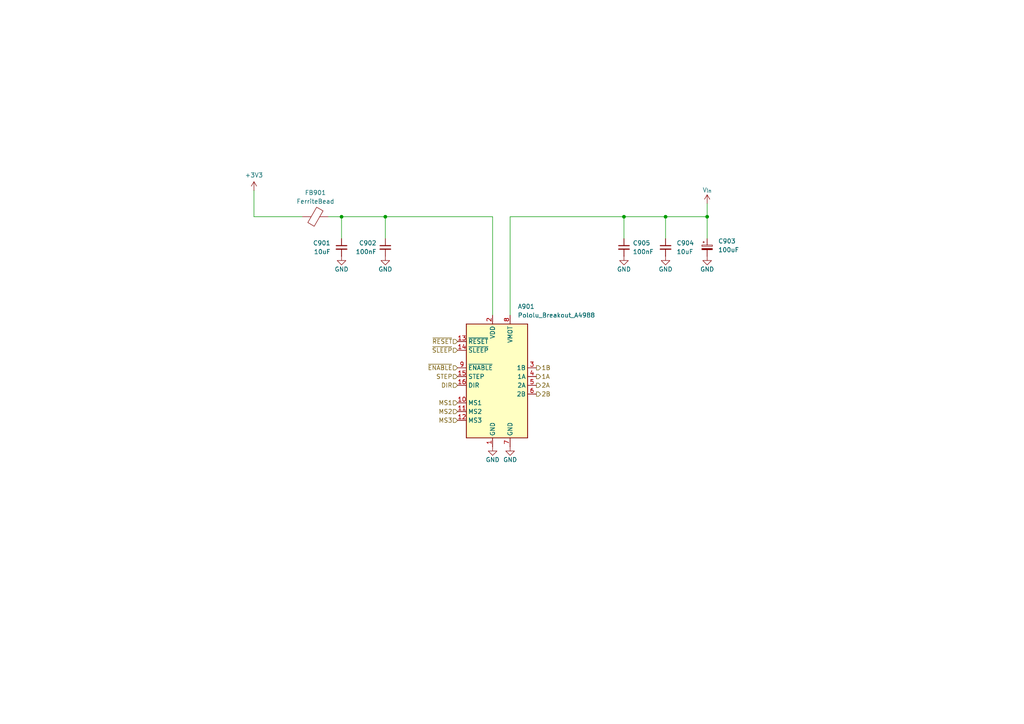
<source format=kicad_sch>
(kicad_sch (version 20231120) (generator "eeschema") (generator_version "8.0")
  (paper "A4")
  (title_block (title "${TITLE}") (date "2025-01-04") (rev "${REVISION}") (comment 1 "${AUTHOR}"))
  (lib_symbols
    (symbol "Device:C_Polarized_Small" (pin_numbers hide) (pin_names (offset 0.254) hide)
      (property "Reference" "C" (at 0.254 1.778 0))
      (property "Value" "C_Polarized_Small" (at 0.254 -2.032 0))
      (symbol "C_Polarized_Small_0_1"
        (rectangle (start -1.524 -0.3048) (end 1.524 -0.6858) (fill (type outline)))
        (rectangle (start -1.524 0.6858) (end 1.524 0.3048))
        (polyline (pts (xy -1.27 1.524) (xy -0.762 1.524)))
        (polyline (pts (xy -1.016 1.27) (xy -1.016 1.778)))
      )
      (symbol "C_Polarized_Small_1_1"
        (pin passive line (at 0 2.54 270) (length 1.8542) (name "~") (number "1"))
        (pin passive line (at 0 -2.54 90) (length 1.8542) (name "~") (number "2"))
      )
    )
    (symbol "Device:C_Small" (pin_numbers hide) (pin_names (offset 0.254) hide)
      (property "Reference" "C" (at 0.254 1.778 0))
      (property "Value" "C_Small" (at 0.254 -2.032 0))
      (symbol "C_Small_0_1"
        (polyline (pts (xy -1.524 -0.508) (xy 1.524 -0.508)) (stroke (width 0.3302)))
        (polyline (pts (xy -1.524 0.508) (xy 1.524 0.508)) (stroke (width 0.3048)))
      )
      (symbol "C_Small_1_1"
        (pin passive line (at 0 2.54 270) (length 2.032) (name "~") (number "1"))
        (pin passive line (at 0 -2.54 90) (length 2.032) (name "~") (number "2"))
      )
    )
    (symbol "Device:FerriteBead" (pin_numbers hide) (pin_names (offset 0))
      (property "Reference" "FB" (at -3.81 0.635 90))
      (property "Value" "FerriteBead" (at 3.81 0 90))
      (symbol "FerriteBead_0_1"
        (polyline (pts (xy 0 -1.27) (xy 0 -1.2192)))
        (polyline (pts (xy 0 1.27) (xy 0 1.2954)))
        (polyline (pts (xy -2.7686 0.4064) (xy -1.7018 2.2606) (xy 2.7686 -0.3048) (xy 1.6764 -2.159) (xy -2.7686 0.4064)))
      )
      (symbol "FerriteBead_1_1"
        (pin passive line (at 0 3.81 270) (length 2.54) (name "~") (number "1"))
        (pin passive line (at 0 -3.81 90) (length 2.54) (name "~") (number "2"))
      )
    )
    (symbol "Driver_Motor:Pololu_Breakout_A4988"
      (property "Reference" "A" (at -2.54 19.05 0))
      (property "Value" "Pololu_Breakout_A4988" (at -2.54 16.51 0))
      (symbol "Pololu_Breakout_A4988_0_1"
        (rectangle (start 10.16 -17.78) (end -7.62 15.24) (stroke (width 0.254)) (fill (type background)))
      )
      (symbol "Pololu_Breakout_A4988_1_1"
        (pin power_in line (at 0 -20.32 90) (length 2.54) (name "GND") (number "1"))
        (pin input line (at -10.16 -7.62 0) (length 2.54) (name "MS1") (number "10"))
        (pin input line (at -10.16 -10.16 0) (length 2.54) (name "MS2") (number "11"))
        (pin input line (at -10.16 -12.7 0) (length 2.54) (name "MS3") (number "12"))
        (pin input line (at -10.16 10.16 0) (length 2.54) (name "~{RESET}") (number "13"))
        (pin input line (at -10.16 7.62 0) (length 2.54) (name "~{SLEEP}") (number "14"))
        (pin input line (at -10.16 0 0) (length 2.54) (name "STEP") (number "15"))
        (pin input line (at -10.16 -2.54 0) (length 2.54) (name "DIR") (number "16"))
        (pin power_in line (at 0 17.78 270) (length 2.54) (name "VDD") (number "2"))
        (pin output line (at 12.7 2.54 180) (length 2.54) (name "1B") (number "3"))
        (pin output line (at 12.7 0 180) (length 2.54) (name "1A") (number "4"))
        (pin output line (at 12.7 -2.54 180) (length 2.54) (name "2A") (number "5"))
        (pin output line (at 12.7 -5.08 180) (length 2.54) (name "2B") (number "6"))
        (pin power_in line (at 5.08 -20.32 90) (length 2.54) (name "GND") (number "7"))
        (pin power_in line (at 5.08 17.78 270) (length 2.54) (name "VMOT") (number "8"))
        (pin input line (at -10.16 2.54 0) (length 2.54) (name "~{ENABLE}") (number "9"))
      )
    )
    (symbol "power:+12V" (power) (pin_names (offset 0))
      (property "Value" "+12V" (at 0 3.556 0))
      (symbol "+12V_0_1"
        (polyline (pts (xy -0.762 1.27) (xy 0 2.54)))
        (polyline (pts (xy 0 0) (xy 0 2.54)))
        (polyline (pts (xy 0 2.54) (xy 0.762 1.27)))
      )
      (symbol "+12V_1_1"
        (pin power_in line (at 0 0 90) (length 0) hide (name "+12V") (number "1"))
      )
    )
    (symbol "power:+3V3" (power) (pin_numbers hide) (pin_names (offset 0) hide)
      (property "Value" "+3V3" (at 0 3.556 0))
      (symbol "+3V3_0_1"
        (polyline (pts (xy -0.762 1.27) (xy 0 2.54)))
        (polyline (pts (xy 0 0) (xy 0 2.54)))
        (polyline (pts (xy 0 2.54) (xy 0.762 1.27)))
      )
      (symbol "+3V3_1_1"
        (pin power_in line (at 0 0 90) (length 0) (name "~") (number "1"))
      )
    )
    (symbol "power:GND" (power) (pin_numbers hide) (pin_names (offset 0) hide)
      (property "Value" "GND" (at 0 -3.81 0))
      (symbol "GND_0_1"
        (polyline (pts (xy 0 0) (xy 0 -1.27) (xy 1.27 -1.27) (xy 0 -2.54) (xy -1.27 -1.27) (xy 0 -1.27)))
      )
      (symbol "GND_1_1"
        (pin power_in line (at 0 0 270) (length 0) (name "~") (number "1"))
      )
    )
  )
  (junction (at 111.76 62.865))
  (junction (at 205.105 62.865))
  (junction (at 99.06 62.865))
  (junction (at 193.04 62.865))
  (junction (at 180.975 62.865))
  (wire (pts (xy 193.04 62.865) (xy 193.04 69.215)))
  (wire (pts (xy 193.04 62.865) (xy 205.105 62.865)))
  (wire (pts (xy 95.25 62.865) (xy 99.06 62.865)))
  (wire (pts (xy 205.105 59.055) (xy 205.105 62.865)))
  (wire (pts (xy 142.875 91.44) (xy 142.875 62.865)))
  (wire (pts (xy 147.955 62.865) (xy 180.975 62.865)))
  (wire (pts (xy 180.975 62.865) (xy 193.04 62.865)))
  (wire (pts (xy 147.955 91.44) (xy 147.955 62.865)))
  (wire (pts (xy 99.06 62.865) (xy 99.06 69.215)))
  (wire (pts (xy 87.63 62.865) (xy 73.66 62.865)))
  (wire (pts (xy 111.76 62.865) (xy 111.76 69.215)))
  (wire (pts (xy 205.105 62.865) (xy 205.105 69.215)))
  (wire (pts (xy 180.975 62.865) (xy 180.975 69.215)))
  (wire (pts (xy 111.76 62.865) (xy 142.875 62.865)))
  (wire (pts (xy 99.06 62.865) (xy 111.76 62.865)))
  (wire (pts (xy 73.66 62.865) (xy 73.66 55.245)))
  (hierarchical_label "1A" (shape output) (at 155.575 109.22 0))
  (hierarchical_label "2B" (shape output) (at 155.575 114.3 0))
  (hierarchical_label "1B" (shape output) (at 155.575 106.68 0))
  (hierarchical_label "STEP" (shape input) (at 132.715 109.22 180) (property "Netclass" "digital" (effects (hide yes))))
  (hierarchical_label "MS2" (shape input) (at 132.715 119.38 180) (property "Netclass" "digital" (effects (hide yes))))
  (hierarchical_label "~{ENABLE}" (shape input) (at 132.715 106.68 180) (property "Netclass" "digital" (effects (hide yes))))
  (hierarchical_label "DIR" (shape input) (at 132.715 111.76 180) (property "Netclass" "digital" (effects (hide yes))))
  (hierarchical_label "2A" (shape output) (at 155.575 111.76 0))
  (hierarchical_label "MS3" (shape input) (at 132.715 121.92 180) (property "Netclass" "digital" (effects (hide yes))))
  (hierarchical_label "~{RESET}" (shape input) (at 132.715 99.06 180) (property "Netclass" "digital" (effects (hide yes))))
  (hierarchical_label "~{SLEEP}" (shape input) (at 132.715 101.6 180) (property "Netclass" "digital" (effects (hide yes))))
  (hierarchical_label "MS1" (shape input) (at 132.715 116.84 180) (property "Netclass" "digital" (effects (hide yes))))
  (symbol (lib_id "power:GND") (at 99.06 74.295 0) (unit 1)
    (property "Reference" "#PWR0902" (effects (hide yes)))
    (property "Value" "GND" (at 99.06 78.105 0))
    (property "Description" "Power symbol creates a global label with name \"GND\" , ground" (effects (hide yes)))
    (instances (project "rpi" (path "" (reference "#PWR0902") (unit 1)) (path "" (reference "#PWR0702") (unit 1))))
  )
  (symbol (lib_id "power:GND") (at 193.04 74.295 0) (unit 1)
    (property "Reference" "#PWR0908" (effects (hide yes)))
    (property "Value" "GND" (at 193.04 78.105 0))
    (property "Description" "Power symbol creates a global label with name \"GND\" , ground" (effects (hide yes)))
    (instances (project "rpi" (path "" (reference "#PWR0908") (unit 1)) (path "" (reference "#PWR0708") (unit 1))))
  )
  (symbol (lib_id "Device:C_Polarized_Small") (at 205.105 71.755 0) (unit 1)
    (property "Reference" "C903" (at 208.28 69.9388 0) (effects (justify left)))
    (property "Value" "100uF" (at 208.28 72.4788 0) (effects (justify left)))
    (property "Footprint" "Capacitor_SMD:C_Elec_5x5.8" (effects (hide yes)))
    (property "Description" "Polarized capacitor, small symbol" (effects (hide yes)))
    (instances (project "rpi" (path "" (reference "C903") (unit 1)) (path "" (reference "C703") (unit 1))))
  )
  (symbol (lib_id "Device:FerriteBead") (at 91.44 62.865 270) (unit 1)
    (property "Reference" "FB901" (at 91.4908 55.88 90))
    (property "Value" "FerriteBead" (at 91.4908 58.42 90))
    (property "Footprint" "Inductor_SMD:L_0603_1608Metric" (effects (hide yes)))
    (property "Description" "Ferrite bead" (effects (hide yes)))
    (property "Price" "0.1" (effects (hide yes)))
    (instances (project "rpi" (path "" (reference "FB901") (unit 1)) (path "" (reference "FB701") (unit 1))))
  )
  (symbol (lib_id "power:GND") (at 205.105 74.295 0) (unit 1)
    (property "Reference" "#PWR0906" (effects (hide yes)))
    (property "Value" "GND" (at 205.105 78.105 0))
    (property "Description" "Power symbol creates a global label with name \"GND\" , ground" (effects (hide yes)))
    (instances (project "rpi" (path "" (reference "#PWR0906") (unit 1)) (path "" (reference "#PWR0706") (unit 1))))
  )
  (symbol (lib_id "Device:C_Small") (at 99.06 71.755 0) (mirror y) (unit 1)
    (property "Reference" "C901" (at 95.885 70.4912 0) (effects (justify left)))
    (property "Value" "10uF" (at 95.885 73.0312 0) (effects (justify left)))
    (property "Footprint" "Capacitor_SMD:C_0603_1608Metric" (effects (hide yes)))
    (property "Description" "Unpolarized capacitor, small symbol" (effects (hide yes)))
    (property "Price" "0.1" (effects (hide yes)))
    (instances (project "rpi" (path "" (reference "C901") (unit 1)) (path "" (reference "C701") (unit 1))))
  )
  (symbol (lib_id "power:GND") (at 142.875 129.54 0) (unit 1)
    (property "Reference" "#PWR0904" (effects (hide yes)))
    (property "Value" "GND" (at 142.875 133.35 0))
    (property "Description" "Power symbol creates a global label with name \"GND\" , ground" (effects (hide yes)))
    (instances (project "rpi" (path "" (reference "#PWR0904") (unit 1)) (path "" (reference "#PWR0704") (unit 1))))
  )
  (symbol (lib_id "power:GND") (at 111.76 74.295 0) (unit 1)
    (property "Reference" "#PWR0903" (effects (hide yes)))
    (property "Value" "GND" (at 111.76 78.105 0))
    (property "Description" "Power symbol creates a global label with name \"GND\" , ground" (effects (hide yes)))
    (instances (project "rpi" (path "" (reference "#PWR0903") (unit 1)) (path "" (reference "#PWR0703") (unit 1))))
  )
  (symbol (lib_id "Device:C_Small") (at 193.04 71.755 0) (unit 1)
    (property "Reference" "C904" (at 196.215 70.4912 0) (effects (justify left)))
    (property "Value" "10uF" (at 196.215 73.0312 0) (effects (justify left)))
    (property "Footprint" "Capacitor_SMD:C_0603_1608Metric" (effects (hide yes)))
    (property "Description" "Unpolarized capacitor, small symbol" (effects (hide yes)))
    (property "Price" "0.1" (effects (hide yes)))
    (instances (project "rpi" (path "" (reference "C904") (unit 1)) (path "" (reference "C704") (unit 1))))
  )
  (symbol (lib_id "power:+3V3") (at 73.66 55.245 0) (unit 1)
    (property "Reference" "#PWR0901" (effects (hide yes)))
    (property "Value" "+3V3" (at 73.66 50.8 0))
    (property "Description" "Power symbol creates a global label with name \"+3V3\"" (effects (hide yes)))
    (instances (project "" (path "" (reference "#PWR0901") (unit 1)) (path "" (reference "#PWR0701") (unit 1))))
  )
  (symbol (lib_id "power:GND") (at 147.955 129.54 0) (unit 1)
    (property "Reference" "#PWR0905" (effects (hide yes)))
    (property "Value" "GND" (at 147.955 133.35 0))
    (property "Description" "Power symbol creates a global label with name \"GND\" , ground" (effects (hide yes)))
    (instances (project "rpi" (path "" (reference "#PWR0905") (unit 1)) (path "" (reference "#PWR0705") (unit 1))))
  )
  (symbol (lib_id "power:GND") (at 180.975 74.295 0) (mirror y) (unit 1)
    (property "Reference" "#PWR0909" (effects (hide yes)))
    (property "Value" "GND" (at 180.975 78.105 0))
    (property "Description" "Power symbol creates a global label with name \"GND\" , ground" (effects (hide yes)))
    (instances (project "rpi" (path "" (reference "#PWR0909") (unit 1)) (path "" (reference "#PWR0709") (unit 1))))
  )
  (symbol (lib_id "power:+12V") (at 205.105 59.055 0) (unit 1)
    (property "Reference" "#PWR0907" (effects (hide yes)))
    (property "Value" "V_{in}" (at 205.105 55.118 0))
    (instances (project "rpi" (path "" (reference "#PWR0907") (unit 1)) (path "" (reference "#PWR0707") (unit 1))))
  )
  (symbol (lib_id "Driver_Motor:Pololu_Breakout_A4988") (at 142.875 109.22 0) (unit 1)
    (property "Reference" "A901" (at 150.1491 88.9 0) (effects (justify left)))
    (property "Value" "Pololu_Breakout_A4988" (at 150.1491 91.44 0) (effects (justify left)))
    (property "Footprint" "Module:Pololu_Breakout-16_15.2x20.3mm" (effects (hide yes)))
    (property "Datasheet" "https://www.pololu.com/product/2980/pictures" (effects (hide yes)))
    (property "Description" "Pololu Breakout Board, Stepper Driver A4988" (effects (hide yes)))
    (instances (project "rpi" (path "" (reference "A901") (unit 1)) (path "" (reference "A701") (unit 1))))
  )
  (symbol (lib_id "Device:C_Small") (at 180.975 71.755 0) (unit 1)
    (property "Reference" "C905" (at 183.515 70.4912 0) (effects (justify left)))
    (property "Value" "100nF" (at 183.515 73.0312 0) (effects (justify left)))
    (property "Footprint" "Capacitor_SMD:C_0603_1608Metric" (effects (hide yes)))
    (property "Description" "Unpolarized capacitor, small symbol" (effects (hide yes)))
    (property "Price" "0.1" (effects (hide yes)))
    (instances (project "rpi" (path "" (reference "C905") (unit 1)) (path "" (reference "C705") (unit 1))))
  )
  (symbol (lib_id "Device:C_Small") (at 111.76 71.755 0) (mirror y) (unit 1)
    (property "Reference" "C902" (at 109.22 70.4912 0) (effects (justify left)))
    (property "Value" "100nF" (at 109.22 73.0312 0) (effects (justify left)))
    (property "Footprint" "Capacitor_SMD:C_0603_1608Metric" (effects (hide yes)))
    (property "Description" "Unpolarized capacitor, small symbol" (effects (hide yes)))
    (property "Price" "0.1" (effects (hide yes)))
    (instances (project "rpi" (path "" (reference "C902") (unit 1)) (path "" (reference "C702") (unit 1))))
  )
)
</source>
